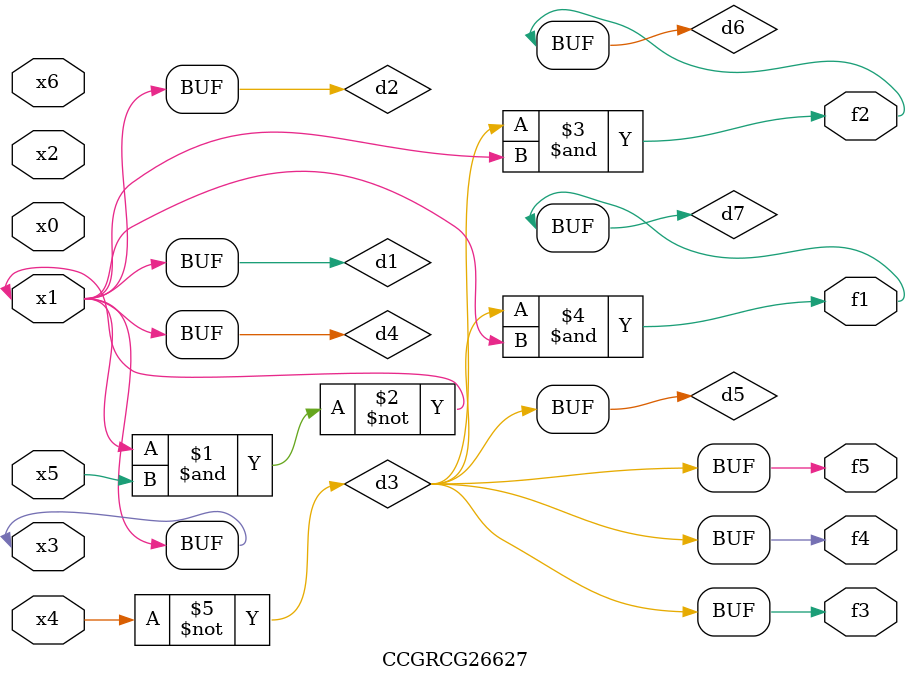
<source format=v>
module CCGRCG26627(
	input x0, x1, x2, x3, x4, x5, x6,
	output f1, f2, f3, f4, f5
);

	wire d1, d2, d3, d4, d5, d6, d7;

	buf (d1, x1, x3);
	nand (d2, x1, x5);
	not (d3, x4);
	buf (d4, d1, d2);
	buf (d5, d3);
	and (d6, d3, d4);
	and (d7, d3, d4);
	assign f1 = d7;
	assign f2 = d6;
	assign f3 = d5;
	assign f4 = d5;
	assign f5 = d5;
endmodule

</source>
